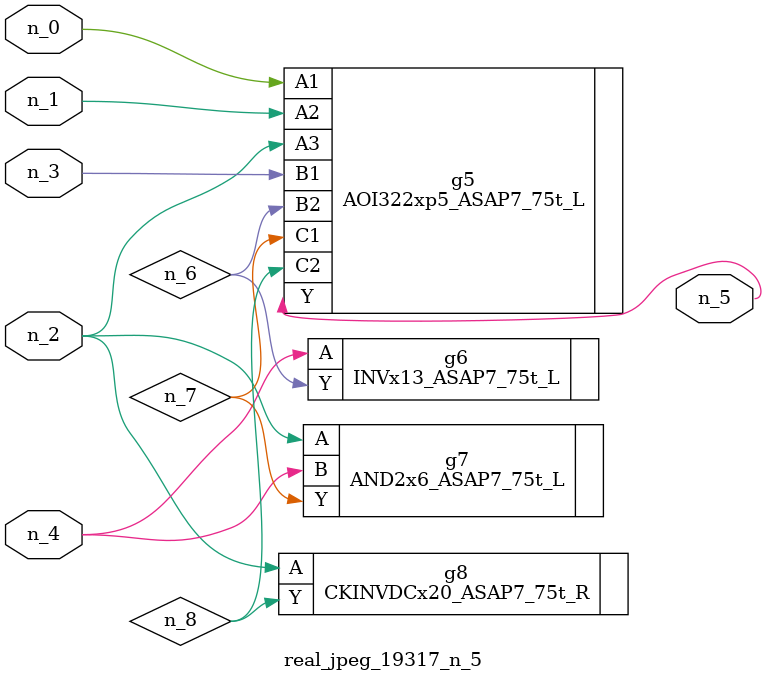
<source format=v>
module real_jpeg_19317_n_5 (n_4, n_0, n_1, n_2, n_3, n_5);

input n_4;
input n_0;
input n_1;
input n_2;
input n_3;

output n_5;

wire n_8;
wire n_6;
wire n_7;

AOI322xp5_ASAP7_75t_L g5 ( 
.A1(n_0),
.A2(n_1),
.A3(n_2),
.B1(n_3),
.B2(n_6),
.C1(n_7),
.C2(n_8),
.Y(n_5)
);

AND2x6_ASAP7_75t_L g7 ( 
.A(n_2),
.B(n_4),
.Y(n_7)
);

CKINVDCx20_ASAP7_75t_R g8 ( 
.A(n_2),
.Y(n_8)
);

INVx13_ASAP7_75t_L g6 ( 
.A(n_4),
.Y(n_6)
);


endmodule
</source>
